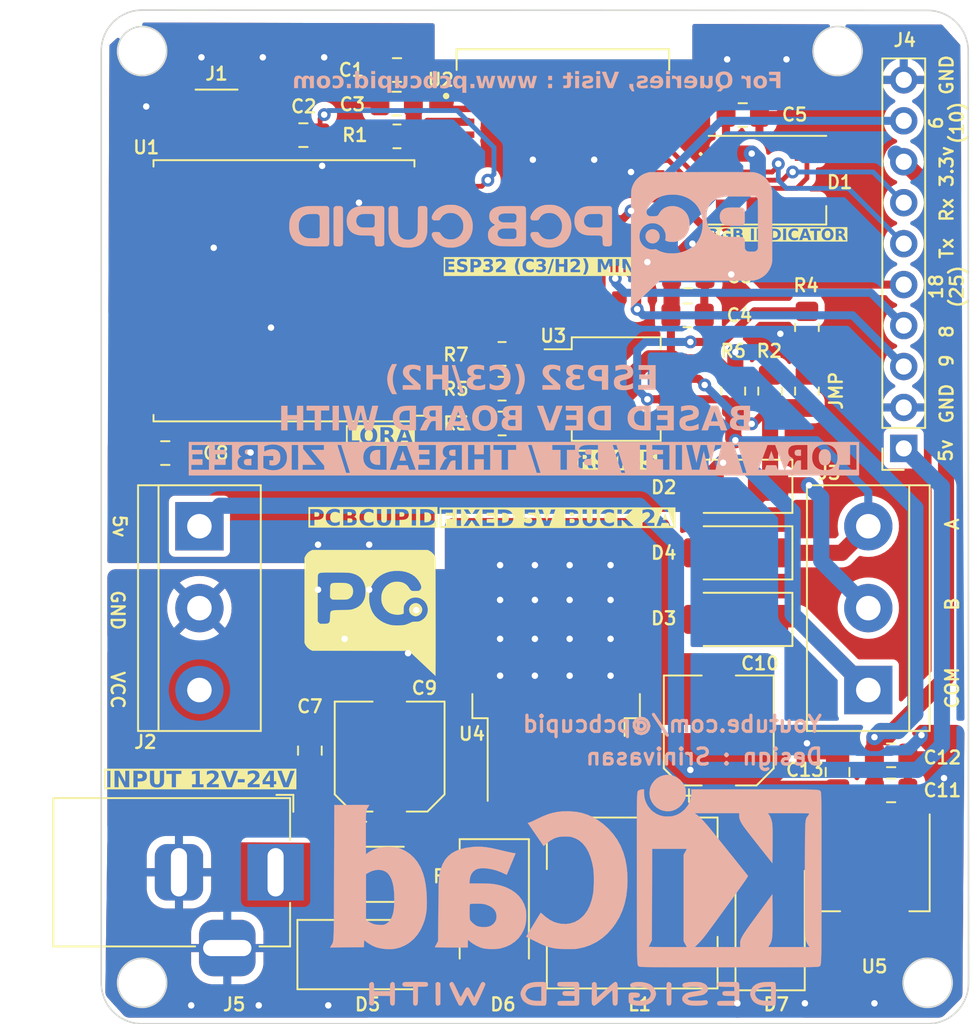
<source format=kicad_pcb>
(kicad_pcb (version 20221018) (generator pcbnew)
  (layers (0 "F.Cu" signal) (31 "B.Cu" signal) (34 "B.Paste" user) (35 "F.Paste" user) (36 "B.SilkS" user "B.Silkscreen") (37 "F.SilkS" user "F.Silkscreen") (38 "B.Mask" user) (39 "F.Mask" user) (44 "Edge.Cuts" user))
  (net 0 "")
  (net 1 "+3.3V")
  (net 2 "GND")
  (net 3 "Net-(U1-EN)")
  (net 4 "+5V")
  (net 5 "Net-(D1-A2)")
  (net 6 "/RGB")
  (net 7 "Net-(F1-Pad1)")
  (net 8 "/U0Txd")
  (net 9 "/U0Rxd")
  (net 10 "/R0")
  (net 11 "Net-(D3-A1)")
  (net 12 "/COM")
  (net 13 "/DI")
  (net 15 "/MISO")
  (net 16 "/NSS")
  (net 20 "/SCK")
  (net 21 "/MOSI")
  (net 23 "/RESET")
  (net 25 "Net-(D4-A1)")
  (net 34 "Net-(J2-SIG)")
  (net 35 "/GPIO9")
  (net 36 "/GPIO8")
  (net 37 "/GPIO18")
  (net 38 "/GPIO6")
  (net 39 "Net-(JP1-A)")
  (net 40 "/DTR")
  (net 41 "VCC")
  (net 42 "Net-(D6-K)")
  (footprint "ESP32_C3_MINI_1U_N4:XCVR_ESP32-C3-MINI-1U-N4" (layer "F.Cu") (at 148.5522 71.6766)
    (fp_text reference "U2")
    (fp_text value "ESP32-C3-MINI-1U-N4")
  )
  (footprint "Resistor_SMD:R_0805_2012Metric_Pad1.20x1.40mm_HandSolder" (layer "F.Cu") (at 138.2522 70.1802 180)
    (fp_text reference "R1")
    (fp_text value "10k")
  )
  (footprint "U.FL-R-SMT_01_:HRS_U.FL-R-SMT_01_" (layer "F.Cu") (at 127.049 68.58)
    (fp_text reference locked "J1")
    (fp_text value "U.FL-R-SMT_01_")
  )
  (footprint "LOGO" (layer "F.Cu") (at 136.9568 99.4664)
    (fp_text reference "G***" hide)
    (fp_text value "LOGO" hide)
  )
  (footprint "Capacitor_SMD:C_0805_2012Metric_Pad1.18x1.45mm_HandSolder" (layer "F.Cu") (at 168.929 110.744)
    (fp_text reference "C11")
    (fp_text value "1uf")
  )
  (footprint "Resistor_SMD:R_0805_2012Metric_Pad1.20x1.40mm_HandSolder" (layer "F.Cu") (at 144.7748 87.9892)
    (fp_text reference "R3")
    (fp_text value "10k")
  )
  (footprint "Capacitor_SMD:C_0805_2012Metric_Pad1.18x1.45mm_HandSolder" (layer "F.Cu") (at 132.842 108.2781 90)
    (fp_text reference "C7")
    (fp_text value "0.1uf")
  )
  (footprint "Package_TO_SOT_SMD:SOT-223-3_TabPin2" (layer "F.Cu") (at 167.913 116.332 -90)
    (fp_text reference "U5")
    (fp_text value "AMS1117-3.3")
  )
  (footprint "Capacitor_SMD:C_0805_2012Metric_Pad1.18x1.45mm_HandSolder" (layer "F.Cu") (at 165.6055 109.6075 90)
    (fp_text reference "C13")
    (fp_text value "0.1uf")
  )
  (footprint "Package_TO_SOT_SMD:TO-263-5_TabPin3" (layer "F.Cu") (at 148.131 101.443 90)
    (fp_text reference "U4")
    (fp_text value "LM2596S-5")
  )
  (footprint "Capacitor_SMD:C_0805_2012Metric_Pad1.18x1.45mm_HandSolder" (layer "F.Cu") (at 123.864 89.8235)
    (fp_text reference "C8")
    (fp_text value "0.1uf")
  )
  (footprint "Connector_BarrelJack:BarrelJack_Horizontal" (layer "F.Cu") (at 130.714 115.824)
    (fp_text reference "J5")
    (fp_text value "Barrel_Jack_Switch_Pin3Ring")
  )
  (footprint "Package_SO:SO-8_5.3x6.2mm_P1.27mm" (layer "F.Cu") (at 151.8614 85.852)
    (fp_text reference "U3")
    (fp_text value "MAX485E")
  )
  (footprint "Diode_SMD:D_SMA" (layer "F.Cu") (at 159.29 91.8845 180)
    (fp_text reference "D2")
    (fp_text value "SMAJ6.8CA")
  )
  (footprint "Capacitor_SMD:C_0805_2012Metric_Pad1.18x1.45mm_HandSolder" (layer "F.Cu") (at 132.4395 70.104 180)
    (fp_text reference "C2")
    (fp_text value "1uf")
  )
  (footprint "TerminalBlock:TerminalBlock_bornier-3_P5.08mm" (layer "F.Cu") (at 125.984 94.361 -90)
    (fp_text reference "J2")
    (fp_text value "RS485 OUT")
  )
  (footprint "Connector_PinSocket_2.54mm:PinSocket_1x10_P2.54mm_Vertical" (layer "F.Cu") (at 169.713 89.535 180)
    (fp_text reference "J4")
    (fp_text value "Conn_01x10")
  )
  (footprint "Fuse:Fuse_1812_4532Metric_Pad1.30x3.40mm_HandSolder" (layer "F.Cu") (at 137.287 115.951)
    (fp_text reference "F1")
    (fp_text value "Polyfuse")
  )
  (footprint "Diode_SMD:D_SMA" (layer "F.Cu") (at 159.29 100.1395 180)
    (fp_text reference "D3")
    (fp_text value "SMAJ6.8CA")
  )
  (footprint "Capacitor_SMD:C_0805_2012Metric_Pad1.18x1.45mm_HandSolder" (layer "F.Cu") (at 156.337 78.867)
    (fp_text reference "C6")
    (fp_text value "0.1uF")
  )
  (footprint "Capacitor_SMD:C_0805_2012Metric_Pad1.18x1.45mm_HandSolder" (layer "F.Cu") (at 138.2522 66.0654 180)
    (fp_text reference "C1")
    (fp_text value "0.1uf")
  )
  (footprint "Capacitor_SMD:CP_Elec_6.3x7.7" (layer "F.Cu") (at 158.2288 107.0296 90)
    (fp_text reference "C10")
    (fp_text value "220uf")
  )
  (footprint "Diode_SMD:D_SMB_Handsoldering" (layer "F.Cu") (at 136.779 120.929)
    (fp_text reference "D5")
    (fp_text value "SMAJ24")
  )
  (footprint "TerminalBlock:TerminalBlock_bornier-3_P5.08mm" (layer "F.Cu") (at 167.513 104.521 90)
    (fp_text reference "J3")
    (fp_text value "RS485 OUT")
  )
  (footprint "RF_Module:HOPERF_RFM9XW_SMD" (layer "F.Cu") (at 131.234 79.756 180)
    (fp_text reference "U1")
    (fp_text value "RFM95W-868S2")
  )
  (footprint "Diode_SMD:D_SMB_Handsoldering" (layer "F.Cu") (at 144.291666 118.479 -90)
    (fp_text reference "D6")
    (fp_text value "SS34")
  )
  (footprint "Resistor_SMD:R_0805_2012Metric_Pad1.20x1.40mm_HandSolder" (layer "F.Cu") (at 163.703 82.0326 90)
    (fp_text reference "R4")
    (fp_text value "120R")
  )
  (footprint "Capacitor_SMD:C_0805_2012Metric_Pad1.18x1.45mm_HandSolder" (layer "F.Cu") (at 159.7174 68.8594)
    (fp_text reference "C5")
    (fp_text value "0.1uf")
  )
  (footprint "Capacitor_SMD:C_0805_2012Metric_Pad1.18x1.45mm_HandSolder" (layer "F.Cu") (at 156.294 81.28)
    (fp_text reference "C4")
    (fp_text value "10uf")
  )
  (footprint "Diode_SMD:D_SMA" (layer "F.Cu") (at 159.29 96.012 180)
    (fp_text reference "D4")
    (fp_text value "SMAJ6.8CA")
  )
  (footprint "Resistor_SMD:R_0805_2012Metric_Pad1.20x1.40mm_HandSolder" (layer "F.Cu") (at 163.703 85.979 -90)
    (fp_text reference "JMP")
    (fp_text value "NO")
  )
  (footprint "Resistor_SMD:R_0805_2012Metric_Pad1.20x1.40mm_HandSolder" (layer "F.Cu") (at 161.417 85.979 90)
    (fp_text reference "R2")
    (fp_text value "20k")
  )
  (footprint "Resistor_SMD:R_0805_2012Metric_Pad1.20x1.40mm_HandSolder" (layer "F.Cu") (at 144.7748 85.8302)
    (fp_text reference "R5")
    (fp_text value "10k")
  )
  (footprint "Capacitor_SMD:C_0805_2012Metric_Pad1.18x1.45mm_HandSolder" (layer "F.Cu") (at 168.929 108.57)
    (fp_text reference "C12")
    (fp_text value "0.1uf")
  )
  (footprint "Resistor_SMD:R_0805_2012Metric_Pad1.20x1.40mm_HandSolder" (layer "F.Cu") (at 159.131 85.979 -90)
    (fp_text reference "R6")
    (fp_text value "20k")
  )
  (footprint "Capacitor_SMD:CP_Elec_6.3x7.7" (layer "F.Cu") (at 137.795 108.6476 90)
    (fp_text reference "C9")
    (fp_text value "150uf")
  )
  (footprint "Resistor_SMD:R_0805_2012Metric_Pad1.20x1.40mm_HandSolder" (layer "F.Cu") (at 144.7748 83.6712)
    (fp_text reference "R7")
    (fp_text value "10k")
  )
  (footprint "Diode_SMD:D_SMB_Handsoldering" (layer "F.Cu") (at 161.417 118.434 90)
    (fp_text reference "D7")
    (fp_text value "SS34")
  )
  (footprint "LED_SMD:LED_WS2812B_PLCC4_5.0x5.0mm_P3.2mm" (layer "F.Cu") (at 161.253 72.899)
    (fp_text reference "D1")
    (fp_text value "WS2812B")
  )
  (footprint "Capacitor_SMD:C_0805_2012Metric_Pad1.18x1.45mm_HandSolder" (layer "F.Cu") (at 138.2307 68.1482 180)
    (fp_text reference "C3")
    (fp_text value "10uf")
  )
  (footprint "Inductor_SMD:L_10.4x10.4_H4.8" (layer "F.Cu") (at 152.854332 117.729)
    (fp_text reference "L1")
    (fp_text value "68uH/35v")
  )
  (footprint "Symbol:KiCad-Logo2_12mm_SilkScreen" (layer "B.Cu") (at 149.366893 115.708706 180)
    (fp_text reference "REF**" hide)
    (fp_text value "KiCad-Logo2_12mm_SilkScreen" hide)
  )
  (footprint "LOGO" (layer "B.Cu") (at 146.558 76.6064 180)
    (fp_text reference "G***" hide)
    (fp_text value "LOGO" hide)
  )
  (gr_arc (start 171.177949 62.366025) (mid 172.973986 63.109988) (end 173.717949 64.906025) (stroke (width 0.1)) (layer "Edge.Cuts"))
  (gr_arc (start 173.736 122.682) (mid 172.992051 124.478051) (end 171.196 125.222) (stroke (width 0.1)) (layer "Edge.Cuts"))
  (gr_line (start 122.428 62.347974) (end 171.177949 62.366025) (stroke (width 0.1)) (layer "Edge.Cuts"))
  (gr_arc (start 119.888 64.887974) (mid 120.631949 63.091923) (end 122.428 62.347974) (stroke (width 0.1)) (layer "Edge.Cuts"))
  (gr_line (start 119.888 122.682) (end 119.888 64.887974) (stroke (width 0.1)) (layer "Edge.Cuts"))
  (gr_circle locked (center 122.428 64.887974) (end 123.952 64.887974) (stroke (width 0.1)) (fill none) (layer "Edge.Cuts"))
  (gr_circle locked (center 165.608 64.887974) (end 167.132 64.887974) (stroke (width 0.1)) (fill none) (layer "Edge.Cuts"))
  (gr_circle locked (center 122.428 122.682) (end 123.952 122.682) (stroke (width 0.1)) (fill none) (layer "Edge.Cuts"))
  (gr_arc (start 122.428 125.222) (mid 120.631949 124.478051) (end 119.888 122.682) (stroke (width 0.1)) (layer "Edge.Cuts"))
  (gr_circle locked (center 171.196 122.682) (end 172.72 122.682) (stroke (width 0.1)) (fill none) (layer "Edge.Cuts"))
  (gr_line (start 171.196 125.222) (end 122.428 125.222) (stroke (width 0.1)) (layer "Edge.Cuts"))
  (gr_line (start 173.717949 64.906025) (end 173.736 122.682) (stroke (width 0.1)) (layer "Edge.Cuts"))
  (gr_text "Design : Srinivasan" (at 149.86 109.2454) (layer "B.SilkS") (effects (font (size 1 1) (thickness 0.2) bold) (justify right bottom mirror)))
  (gr_text "LORA / WIFI / BT / THREAD / ZIGBEE" (at 146.1516 91.1098) (layer "B.SilkS" knockout) (effects (font (size 1.5 1.5) (thickness 0.3) bold) (justify bottom mirror)))
  (gr_text "ESP32 (C3/H2) \nBASED DEV BOARD WITH\n" (at 145.6182 88.6714) (layer "B.SilkS") (effects (font (size 1.5 1.5) (thickness 0.3) bold) (justify bottom mirror)))
  (gr_text "For Queries, Visit : www.pcbcupid.com" (at 131.7498 67.3608) (layer "B.SilkS") (effects (font (size 1 1) (thickness 0.2) bold) (justify right bottom mirror)))
  (gr_text "Youtube.com/@pcbcupid" (at 145.9484 107.2134) (layer "B.SilkS") (effects (font (size 1 1) (thickness 0.2) bold) (justify right bottom mirror)))
  (gr_text "9" (at 172.847 84.581941 90) (layer "F.SilkS") (effects (font (size 0.8 0.8)) (justify left bottom)))
  (gr_text "5v" (at 172.32825 89.662 90) (layer "F.SilkS") (effects (font (size 0.8 0.8))))
  (gr_text "A" (at 172.72 94.234 90) (layer "F.SilkS") (effects (font (size 0.8 0.8))))
  (gr_text "GND\n" (at 172.847 88.07066 90) (layer "F.SilkS") (effects (font (size 0.8 0.8)) (justify left bottom)))
  (gr_text "ESP32 (C3/H2) MINI" (at 147.32 78.74) (layer "F.SilkS" knockout) (effects (font (size 0.8 0.8) (thickness 0.16) bold) (justify bottom)))
  (gr_text "INPUT 12V-24V" (at 125.984 110.7186) (layer "F.SilkS" knockout) (effects (font (size 1 1) (thickness 0.175) bold) (justify bottom)))
  (gr_text "B\n" (at 172.72 99.187 90) (layer "F.SilkS") (effects (font (size 0.8 0.8))))
  (gr_text "PCBCUPID" (at 136.7282 94.488) (layer "F.SilkS" knockout) (effects (font (size 1 1) (thickness 0.175) bold) (justify bottom)))
  (gr_text "3.3v" (at 172.847 73.406 90) (layer "F.SilkS") (effects (font (size 0.8 0.8)) (justify left bottom)))
  (gr_text "GND" (at 120.904 99.568 270) (layer "F.SilkS") (effects (font (size 0.8 0.8))))
  (gr_text "LORA" (at 137.16 89.408) (layer "F.SilkS" knockout) (effects (font (size 1 1) (thickness 0.16) bold) (justify bottom)))
  (gr_text "8\n" (at 172.847 82.769412 90) (layer "F.SilkS") (effects (font (size 0.8 0.8)) (justify left bottom)))
  (gr_text "5v\n" (at 121.031 94.361 270) (layer "F.SilkS") (effects (font (size 0.8 0.8))))
  (gr_text "6\n(10)" (at 173.482 69.342 90) (layer "F.SilkS") (effects (font (size 0.8 0.8)) (justify bottom)))
  (gr_text "VCC" (at 120.904 104.521 270) (layer "F.SilkS") (effects (font (size 0.8 0.8))))
  (gr_text "Rx" (at 172.847 75.565 90) (layer "F.SilkS") (effects (font (size 0.8 0.8)) (justify left bottom)))
  (gr_text "RGB INDICATOR" (at 161.8234 76.7334) (layer "F.SilkS" knockout) (effects (font (size 0.7 0.7) (thickness 0.16) bold) (justify bottom)))
  (gr_text "Tx" (at 172.847 77.851 90) (layer "F.SilkS") (effects (font (size 0.8 0.8)) (justify left bottom)))
  (gr_text "FIXED 5V BUCK 2A" (at 148.1582 94.5134) (layer "F.SilkS" knockout) (effects (font (size 1 1) (thickness 0.175) bold) (justify bottom)))
  (gr_text "RS485" (at 151.892 90.932) (layer "F.SilkS" knockout) (effects (font (size 1 1) (thickness 0.16) bold) (justify bottom)))
  (gr_text "GND\n" (at 172.847 67.691 90) (layer "F.SilkS") (effects (font (size 0.8 0.8)) (justify left bottom)))
  (gr_text "18\n(25)\n" (at 173.482 79.502 90) (layer "F.SilkS") (effects (font (size 0.8 0.8)) (justify bottom)))
  (gr_text "COM" (at 172.72 104.394 90) (layer "F.SilkS") (effects (font (size 0.8 0.8))))
  (segment (start 167.8915 108.57) (end 167.8915 108.48207) (width 1) (layer "F.Cu") (net 1))
  (segment (start 167.913 108.5915) (end 167.8915 108.57) (width 1) (layer "F.Cu") (net 1))
  (segment (start 139.2897 70.1427) (end 139.2522 70.1802) (width 1) (layer "F.Cu") (net 1))
  (segment (start 125.184 80.756) (end 135.106 90.678) (width 1) (layer "F.Cu") (net 1))
  (segment (start 142.113 90.678) (end 143.7748 89.0162) (width 1) (layer "F.Cu") (net 1))
  (segment (start 155.2995 78.867) (end 155.2995 78.1265) (width 1) (layer "F.Cu") (net 1))
  (segment (start 155.3614 83.947) (end 153.924 83.947) (width 1) (layer "F.Cu") (net 1))
  (segment (start 143.7748 89.7998) (end 143.7748 87.9892) (width 1) (layer "F.Cu") (net 1))
  (segment (start 158.099 83.947) (end 159.131 84.979) (width 0.5) (layer "F.Cu") (net 1))
  (segment (start 139.2522 70.1802) (end 139.2522 70.9328) (width 0.5) (layer "F.Cu") (net 1))
  (segment (start 159.258 83.566) (end 159.258 84.852) (width 1) (layer "F.Cu") (net 1))
  (segment (start 155.2995 78.867) (end 155.2995 81.237) (width 1) (layer "F.Cu") (net 1))
  (segment (start 139.2522 70.9328) (end 138.684 71.501) (width 0.5) (layer "F.Cu") (net 1))
  (segment (start 127.27 80.756) (end 123.709 80.756) (width 0.5) (layer "F.Cu") (net 1))
  (segment (start 152.781 85.09) (end 152.781 85.947365) (width 1) (layer "F.Cu") (net 1))
  (segment (start 122.3355 89.8235) (end 121.285 88.773) (width 1) (layer "F.Cu") (net 1))
  (segment (start 153.924 83.947) (end 152.781 85.09) (width 1) (layer "F.Cu") (net 1))
  (segment (start 155.2995 78.1265) (end 156.591 76.835) (width 1) (layer "F.Cu") (net 1))
  (segment (start 159.258 84.852) (end 159.131 84.979) (width 1) (layer "F.Cu") (net 1))
  (segment (start 158.803 71.249) (end 158.805 71.247) (width 1) (layer "F.Cu") (net 1))
  (segment (start 167.913 113.182) (end 167.913 108.5915) (width 1) (layer "F.Cu") (net 1))
  (segment (start 155.3614 83.947) (end 158.099 83.947) (width 0.5) (layer "F.Cu") (net 1))
  (segment (start 158.6799 68.8594) (end 158.6799 71.1259) (width 0.5) (layer "F.Cu") (net 1))
  (segment (start 172.339 103.759) (end 172.339 74.381) (width 1) (layer "F.Cu") (net 1))
  (segment (start 121.285 81.705) (end 122.234 80.756) (width 1) (layer "F.Cu") (net 1))
  (segment (start 155.2565 83.8421) (end 155.3614 83.947) (width 0.5) (layer "F.Cu") (net 1))
  (segment (start 168.656 107.442) (end 172.339 103.759) (width 1) (layer "F.Cu") (net 1))
  (segment (start 142.6522 69.2766) (end 140.1558 69.2766) (width 0.5) (layer "F.Cu") (net 1))
  (segment (start 144.653 90.678) (end 143.7748 89.7998) (width 1) (layer "F.Cu") (net 1))
  (segment (start 143.7748 83.6712) (end 143.7748 87.9892) (width 1) (layer "F.Cu") (net 1))
  (segment (start 152.781 85.947365) (end 148.082 90.646364) (width 1) (layer "F.Cu") (net 1))
  (segment (start 148.082 90.646364) (end 148.082 90.678) (width 1) (layer "F.Cu") (net 1))
  (segment (start 172.339 74.381) (end 169.713 71.755) (width 1) (layer "F.Cu") (net 1))
  (segment (start 143.7748 89.0162) (end 143.7748 87.9892) (width 1) (layer "F.Cu") (net 1))
  (segment (start 123.709 80.756) (end 125.184 80.756) (width 1) (layer "F.Cu") (net 1))
  (segment (start 158.6799 71.1259) (end 158.803 71.249) (width 0.5) (layer "F.Cu") (net 1))
  (segment (start 167.8915 108.48207) (end 167.894 108.47957) (width 1) (layer "F.Cu") (net 1))
  (segment (start 167.894 107.442) (end 168.656 107.442) (width 1) (layer "F.Cu") (net 1))
  (segment (start 158.805 71.247) (end 160.274 71.247) (width 1) (layer "F.Cu") (net 1))
  (segment (start 139.2897 66.0654) (end 139.2897 70.1427) (width 1) (layer "F.Cu") (net 1))
  (segment (start 155.2565 81.28) (end 155.2565 83.8421) (width 0.5) (layer "F.Cu") (net 1))
  (segment (start 135.106 90.678) (end 142.113 90.678) (width 1) (layer "F.Cu") (net 1))
  (segment (start 122.8265 89.8235) (end 122.3355 89.8235) (width 1) (layer "F.Cu") (net 1))
  (segment (start 138.684 71.501) (end 136.525 71.501) (width 0.5) (layer "F.Cu") (net 1))
  (segment (start 167.913 119.482) (end 167.913 113.182) (width 1) (layer "F.Cu") (net 1))
  (segment (start 167.894 108.47957) (end 167.894 107.442) (width 1) (layer "F.Cu") (net 1))
  (segment (start 155.2995 81.237) (end 155.2565 81.28) (width 1) (layer "F.Cu") (net 1))
  (segment (start 122.234 80.756) (end 123.709 80.756) (width 1) (layer "F.Cu") (net 1))
  (segment (start 121.285 88.773) (end 121.285 81.705) (width 1) (layer "F.Cu") (net 1))
  (segment (start 136.525 71.501) (end 127.27 80.756) (width 0.5) (layer "F.Cu") (net 1))
  (segment (start 148.082 90.678) (end 144.653 90.678) (width 1) (layer "F.Cu") (net 1))
  (segment (start 140.1558 69.2766) (end 139.2522 70.1802) (width 0.5) (layer "F.Cu") (net 1))
  (via (at 160.274 71.247) (size 0.8) (drill 0.4) (layers "F.Cu" "B.Cu") (net 1))
  (via (at 167.894 107.442) (size 0.8) (drill 0.4) (layers "F.Cu" "B.Cu") (net 1))
  (via (at 159.258 83.566) (size 0.8) (drill 0.4) (layers "F.Cu" "B.Cu") (net 1))
  (via (at 156.591 76.835) (size 0.8) (drill 0.4) (layers "F.Cu" "B.Cu") (net 1))
  (segment (start 156.591 76.835) (end 160.655 72.771) (width 1) (layer "B.Cu") (net 1))
  (segment (start 167.894 107.442) (end 168.275 107.061) (width 1) (layer "B.Cu") (net 1))
  (segment (start 168.275 107.061) (end 169.373 107.061) (width 1) (layer "B.Cu") (net 1))
  (segment (start 160.655 72.771) (end 160.655 71.628) (width 1) (layer "B.Cu") (net 1))
  (segment (start 169.205 71.247) (end 169.713 71.755) (width 1) (layer "B.Cu") (net 1))
  (segment (start 169.373 107.061) (end 170.434 106) (width 1) (layer "B.Cu") (net 1))
  (segment (start 170.434 93.218) (end 160.782 83.566) (width 1) (layer "B.Cu") (net 1))
  (segment (start 170.434 106) (end 170.434 93.218) (width 1) (layer "B.Cu") (net 1))
  (segment (start 160.782 83.566) (end 159.258 83.566) (width 1) (layer "B.Cu") (net 1))
  (segment (start 160.655 71.628) (end 160.274 71.247) (width 1) (layer "B.Cu") (net 1))
  (segment (start 133.223 66.929) (end 135.128 66.929) (width 0.5) (layer "F.Cu") (net 2))
  (segment (start 145.2964 73.6516) (end 146.5772 73.6516) (width 0.5) (layer "F.Cu") (net 2))
  (segment (start 151.531 109.093) (end 151.531 102.993) (width 1) (layer "F.Cu") (net 2))
  (segment (start 154.5022 77.2728) (end 154.5022 76.6266) (width 0.5) (layer "F.Cu") (net 2))
  (segment (start 137.429 72.756) (end 138.759 72.756) (width 0.5) (layer "F.Cu") (net 2))
  (segment (start 142.6522 75.6766) (end 142.6522 76.5766) (width 0.5) (layer "F.Cu") (net 2))
  (segment (start 136.4273 65.278) (end 137.2147 66.0654) (width 0.5) (layer "F.Cu") (net 2))
  (segment (start 137.1932 68.1482) (end 137.1932 66.0869) (width 0.5) (layer "F.Cu") (net 2))
  (segment (start 135.128 66.929) (end 136.3472 68.1482) (width 0.5) (layer "F.Cu") (net 2))
  (segment (start 148.131 109.093) (end 148.131 105.143) (width 1) (layer "F.Cu") (net 2))
  (segment (start 136.3472 68.1482) (end 137.1932 68.1482) (width 0.5) (layer "F.Cu") (net 2))
  (segment (start 148.131 105.143) (end 150.906 102.368) (width 1) (layer "F.Cu") (net 2))
  (segment (start 143.2714 75.6766) (end 145.2964 73.6516) (width 0.5) (layer "F.Cu") (net 2))
  (segment (start 153.797 77.978) (end 154.5022 77.2728) (width 0.5) (layer "F.Cu") (net 2))
  (segment (start 172.085 109.855) (end 172.212 109.982) (width 1) (layer "F.Cu") (net 2))
  (segment (start 142.6522 75.6766) (end 143.2714 75.6766) (width 0.5) (layer "F.Cu") (net 2))
  (segment (start 131.572 65.278) (end 133.223 66.929) (width 0.5) (layer "F.Cu") (net 2))
  (segment (start 135.89 74.295) (end 137.429 72.756) (width 0.5) (layer "F.Cu") (net 2))
  (segment (start 137.1932 66.0869) (end 137.2147 66.0654) (width 0.5) (layer "F.Cu") (net 2))
  (segment (start 133.731 65.278) (end 136.4273 65.278) (width 0.5) (layer "F.Cu") (net 2))
  (segment (start 170.815 107.315) (end 172.085 108.585) (width 1) (layer "F.Cu") (net 2))
  (segment (start 142.6522 76.5766) (end 142.6022 76.6266) (width 0.5) (layer "F.Cu") (net 2))
  (segment (start 161.417 84.979) (end 161.417 83.058) (width 0.5) (layer "F.Cu") (net 2))
  (segment (start 129.921 65.278) (end 131.572 65.278) (width 0.5) (layer "F.Cu") (net 2))
  (segment (start 161.417 83.058) (end 162.052 82.423) (width 0.5) (layer "F.Cu") (net 2))
  (segment (start 172.085 108.585) (end 172.085 109.855) (width 1) (layer "F.Cu") (net 2))
  (segment (start 151.531 102.993) (end 150.906 102.368) (width 1) (layer "F.Cu") (net 2))
  (via (at 162.052 82.423) (size 0.8) (drill 0.4) (layers "F.Cu" "B.Cu") (net 2))
  (via (at 148.971 96.774) (size 0.8) (drill 0.4) (layers "F.Cu" "B.Cu") (net 2))
  (via (at 144.653 96.774) (size 0.8) (drill 0.4) (layers "F.Cu" "B.Cu") (net 2))
  (via (at 146.812 96.774) (size 0.8) (drill 0.4) (layers "F.Cu" "B.Cu") (net 2))
  (via (at 159.385 123.952) (size 0.8) (drill 0.4) (layers "F.Cu" "B.Cu") (net 2))
  (via (at 135.89 74.295) (size 0.8) (drill 0.4) (layers "F.Cu" "B.Cu") (net 2))
  (via (at 151.511 101.346) (size 0.8) (drill 0.4) (layers "F.Cu" "B.Cu") (net 2))
  (via (at 150.495 71.628) (size 0.8) (drill 0.4) (layers "F.Cu" "B.Cu") (net 2))
  (via (at 163.576 123.952) (size 0.8) (drill 0.4) (layers "F.Cu" "B.Cu") (net 2))
  (via (at 151.511 98.933) (size 0.8) (drill 0.4) (layers "F.Cu" "B.Cu") (net 2))
  (via (at 129.921 65.278) (size 0.8) (drill 0.4) (layers "F.Cu" "B.Cu") (net 2))
  (via (at 138.938 102.235) (size 0.8) (drill 0.4) (layers "F.Cu" "B.Cu") (net 2))
  (via (at 148.971 101.346) (size 0.8) (drill 0.4) (layers "F.Cu" "B.Cu") (net 2))
  (via (at 129.667 124.079) (size 0.8) (drill 0.4) (layers "F.Cu" "B.Cu") (net 2))
  (via (at 144.653 101.346) (size 0.8) (drill 0.4) (layers "F.Cu" "B.Cu") (net 2))
  (via (at 167.894 123.952) (size 0.8) (drill 0.4) (layers "F.Cu" "B.Cu") (net 2))
  (via (at 151.511 103.632) (size 0.8) (drill 0.4) (layers "F.Cu" "B.Cu") (net 2))
  (via (at 148.971 103.632) (size 0.8) (drill 0.4) (layers "F.Cu" "B.Cu") (net 2))
  (via (at 162.433 65.405) (size 0.8) (drill 0.4) (layers "F.Cu" "B.Cu") (net 2))
  (via (at 129.159 89.789) (size 0.8) (drill 0.4) (layers "F.Cu" "B.Cu") (net 2))
  (via (at 133.985 124.079) (size 0.8) (drill 0.4) (layers "F.Cu" "B.Cu") (net 2))
  (via (at 130.429 82.042) (size 0.8) (drill 0.4) (layers "F.Cu" "B.Cu") (net 2))
  (via (at 133.35 98.298) (size 0.8) (drill 0.4) (layers "F.Cu" "B.Cu") (net 2))
  (via (at 146.685 71.628) (size 0.8) (drill 0.4) (layers "F.Cu" "B.Cu") (net 2))
  (via (at 144.653 98.933) (size 0.8) (drill 0.4) (layers "F.Cu" "B.Cu") (net 2))
  (via (at 122.682 68.326) (size 0.8) (drill 0.4) (layers "F.Cu" "B.Cu") (net 2))
  (via (at 133.731 65.278) (size 0.8) (drill 0.4) (layers "F.Cu" "B.Cu") (net 2))
  (via (at 151.511 96.774) (size 0.8) (drill 0.4) (layers "F.Cu" "B.Cu") (net 2))
  (via (at 144.653 103.632) (size 0.8) (drill 0.4) (layers "F.Cu" "B.Cu") (net 2))
  (via (at 146.812 98.933) (size 0.8) (drill 0.4) (layers "F.Cu" "B.Cu") (net 2))
  (via (at 126.111 65.278) (size 0.8) (drill 0.4) (layers "F.Cu" "B.Cu") (net 2))
  (via (at 153.797 77.978) (size 0.8) (drill 0.4) (layers "F.Cu" "B.Cu") (net 2))
  (via (at 152.781 72.39) (size 0.8) (drill 0.4) (layers "F.Cu" "B.Cu") (net 2))
  (via (at 146.812 103.632) (size 0.8) (drill 0.4) (layers "F.Cu" "B.Cu") (net 2))
  (via (at 136.525 98.298) (size 0.8) (drill 0.4) (layers "F.Cu" "B.Cu") (net 2))
  (via (at 146.812 101.346) (size 0.8) (drill 0.4) (layers "F.Cu" "B.Cu") (net 2))
  (via (at 163.703 107.823) (size 0.8) (drill 0.4) (layers "F.Cu" "B.Cu") (net 2))
  (via (at 159.004 78.74) (size 0.8) (drill 0.4) (layers "F.Cu" "B.Cu") (net 2))
  (via (at 148.971 98.933) (size 0.8) (drill 0.4) (layers "F.Cu" "B.Cu") (net 2))
  (via (at 139.446 99.568) (size 0.8) (drill 0.4) (layers "F.Cu" "B.Cu") (net 2))
  (via (at 135.001 101.346) (size 0.8) (drill 0.4) (layers "F.Cu" "B.Cu") (net 2))
  (via (at 158.75 65.405) (size 0.8) (drill 0.4) (layers "F.Cu" "B.Cu") (net 2))
  (via (at 133.35 95.504) (size 0.8) (drill 0.4) (layers "F.Cu" "B.Cu") (net 2))
  (via (at 125.476 124.079) (size 0.8) (drill 0.4) (layers "F.Cu" "B.Cu") (net 2))
  (via (at 136.525 95.504) (size 0.8) (drill 0.4) (layers "F.Cu" "B.Cu") (net 2))
  (via (at 126.873 77.089) (size 0.8) (drill 0.4) (layers "F.Cu" "B.Cu") (net 2))
  (via (at 133.604 72.009) (size 0.8) (drill 0.4) (layers "F.Cu" "B.Cu") (net 2))
  (via (at 172.212 109.982) (size 0.8) (drill 0.4) (layers "F.Cu" "B.Cu") (net 2))
  (via (at 170.815 107.315) (size 0.8) (drill 0.4) (layers "F.Cu" "B.Cu") (net 2))
  (segment (start 166.812 108.458) (end 168.976 108.458) (width 0.3) (layer "B.Cu") (net 2))
  (segment (start 133.35 98.298) (end 133.35 95.504) (width 0.5) (layer "B.Cu") (net 2))
  (segment (start 136.525 98.298) (end 136.525 95.504) (width 0.5) (layer "B.Cu") (net 2))
  (segment (start 137.176 70.104) (end 137.2522 70.1802) (width 0.5) (layer "F.Cu") (net 3))
  (segment (start 133.477 69.088) (end 133.731 68.834) (width 0.3) (layer "F.Cu") (net 3))
  (segment (start 142.6522 73.2766) (end 143.5124 73.2766) (width 0.3) (layer "F.Cu") (net 3))
  (segment (start 143.5124 73.2766) (end 143.891 72.898) (width 0.3) (layer "F.Cu") (net 3))
  (segment (start 133.477 70.104) (end 133.477 69.088) (width 0.3) (layer "F.Cu") (net 3))
  (segment (start 133.477 70.104) (end 137.176 70.104) (width 0.5) (layer "F.Cu") (net 3))
  (via (at 143.891 72.898) (size 0.8) (drill 0.4) (layers "F.Cu" "B.Cu") (net 3))
  (via (at 133.731 68.834) (size 0.8) (drill 0.4) (layers "F.Cu" "B.Cu") (net 3))
  (segment (start 141.986 68.58) (end 133.985 68.58) (width 0.3) (layer "B.Cu") (net 3))
  (segment (start 144.272 70.866) (end 141.986 68.58) (width 0.3) (layer "B.Cu") (net 3))
  (segment (start 144.272 72.517) (end 144.272 70.866) (width 0.3) (layer "B.Cu") (net 3))
  (segment (start 143.891 72.898) (end 144.272 72.517) (width 0.3) (layer "B.Cu") (net 3))
  (segment (start 133.985 68.58) (end 133.731 68.834) (width 0.3) (layer "B.Cu") (net 3))
  (segment (start 165.613 110.6525) (end 165.6055 110.645) (width 1) (layer "F.Cu") (net 4))
  (segment (start 165.613 113.182) (end 165.613 110.6525) (width 1) (layer "F.Cu") (net 4))
  (segment (start 165.6055 110.645) (end 159.1442 110.645) (width 1) (layer "F.Cu") (net 4))
  (segment (start 159.1442 110.645) (end 158.2288 109.7296) (width 1) (layer "F.Cu") (net 4))
  (via (at 156.464 109.474) (size 0.8) (drill 0.4) (layers "F.Cu" "B.Cu") (net 4))
  (segment (start 172.085 107.95) (end 172.085 91.907) (width 1) (layer "B.Cu") (net 4))
  (segment (start 153.289 93.091) (end 155.575 95.377) (width 1) (layer "B.Cu") (net 4))
  (segment (start 155.575 108.585) (end 156.464 109.474) (width 1) (layer "B.Cu") (net 4))
  (segment (start 155.575 95.377) (end 155.575 108.585) (width 1) (layer "B.Cu") (net 4))
  (segment (start 156.464 109.474) (end 170.561 109.474) (width 1) (layer "B.Cu") (net 4))
  (segment (start 170.561 109.474) (end 172.085 107.95) (width 1) (layer "B.Cu") (net 4))
  (segment (start 172.085 91.907) (end 169.713 89.535) (width 1) (layer "B.Cu") (net 4))
  (segment (start 127.254 93.091) (end 153.289 93.091) (width 1) (layer "B.Cu") (net 4))
  (segment (start 125.984 94.361) (end 127.254 93.091) (width 1) (layer "B.Cu") (net 4))
  (segment (start 163.703 72.771) (end 163.703 71.249) (width 0.3) (layer "F.Cu") (net 6))
  (segment (start 157.861 73.406) (end 163.068 73.406) (width 0.3) (layer "F.Cu") (net 6))
  (segment (start 163.068 73.406) (end 163.703 72.771) (width 0.3) (layer "F.Cu") (net 6))
  (segment (start 154.4522 74.0766) (end 157.1904 74.0766) (width 0.3) (layer "F.Cu") (net 6))
  (segment (start 157.1904 74.0766) (end 157.861 73.406) (width 0.3) (layer "F.Cu") (net 6))
  (segment (start 161.925 71.882) (end 162.052 71.882) (width 0.3) (layer "F.Cu") (net 8))
  (segment (start 155.0776 70.8766) (end 156.591 72.39) (width 0.3) (layer "F.Cu") (net 8))
  (segment (start 162.052 71.882) (end 161.925 72.009) (width 0.3) (layer "F.Cu") (net 8))
  (segment (start 161.925 72.009) (end 161.925 71.882) (width 0.3) (layer "F.Cu") (net 8))
  (segment (start 154.4522 70.8766) (end 155.0776 70.8766) (width 0.3) (layer "F.Cu") (net 8))
  (segment (start 161.544 72.39) (end 161.925 72.009) (width 0.3) (layer "F.Cu") (net 8))
  (segment (start 156.591 72.39) (end 161.544 72.39) (width 0.3) (layer "F.Cu") (net 8))
  (via (at 161.925 71.882) (size 0.8) (drill 0.4) (layers "F.Cu" "B.Cu") (net 8))
  (segment (start 162.433 73.406) (end 166.284 73.406) (width 0.3) (layer "B.Cu") (net 8))
  (segment (start 161.925 72.898) (end 162.433 73.406) (width 0.3) (layer "B.Cu") (net 8))
  (segment (start 161.925 71.882) (end 161.925 72.898) (width 0.3) (layer "B.Cu") (net 8))
  (segment (start 166.284 73.406) (end 169.713 76.835) (width 0.3) (layer "B.Cu") (net 8))
  (segment (start 155.1156 71.6766) (end 156.337 72.898) (width 0.3) (layer "F.Cu") (net 9))
  (segment (start 162.687 72.39) (end 162.814 72.39) (width 0.3) (layer "F.Cu") (net 9))
  (segment (start 162.179 72.898) (end 162.687 72.39) (width 0.3) (layer "F.Cu") (net 9))
  (segment (start 154.4522 71.6766) (end 155.1156 71.6766) (width 0.3) (layer "F.Cu") (net 9))
  (segment (start 156.337 72.898) (end 162.179 72.898) (width 0.3) (layer "F.Cu") (net 9))
  (via (at 162.814 72.39) (size 0.8) (drill 0.4) (layers "F.Cu" "B.Cu") (net 9))
  (segment (start 167.808 72.39) (end 169.713 74.295) (width 0.3) (layer "B.Cu") (net 9))
  (segment (start 162.814 72.39) (end 167.808 72.39) (width 0.3) (layer "B.Cu") (net 9))
  (segment (start 146.0506 83.947) (end 145.7748 83.6712) (width 0.5) (layer "F.Cu") (net 10))
  (segment (start 148.5522 76.5766) (end 148.5522 83.7562) (width 0.5) (layer "F.Cu") (net 10))
  (segment (start 148.3614 83.947) (end 146.0506 83.947) (width 0.5) (layer "F.Cu") (net 10))
  (segment (start 148.5522 83.7562) (end 148.3614 83.947) (width 0.5) (layer "F.Cu") (net 10))
  (segment (start 163.703 86.979) (end 161.417 86.979) (width 1) (layer "F.Cu") (net 11))
  (segment (start 161.3535 91.821) (end 161.29 91.8845) (width 1) (layer "F.Cu") (net 11))
  (segment (start 160.385 88.011) (end 161.417 86.979) (width 0.5) (layer "F.Cu") (net 11))
  (segment (start 157.353 85.598) (end 157.226 85.471) (width 0.5) (layer "F.Cu") (net 11))
  (segment (start 160.274 88.011) (end 160.385 88.011) (width 0.5) (layer "F.Cu") (net 11))
  (segment (start 157.29 96.012) (end 157.29 95.8845) (width 1) (layer "F.Cu") (net 11))
  (segment (start 161.417 86.979) (end 161.417 91.7575) (width 1) (layer "F.Cu") (net 11))
  (segment (start 163.83 91.821) (end 161.3535 91.821) (width 1) (layer "F.Cu") (net 11))
  (segment (start 161.417 91.7575) (end 161.29 91.8845) (width 1) (layer "F.Cu") (net 11))
  (segment (start 157.29 95.8845) (end 161.29 91.8845) (width 1) (layer "F.Cu") (net 11))
  (segment (start 156.972 85.217) (end 157.353 85.598) (width 0.5) (layer "F.Cu") (net 11))
  (segment (start 155.3614 85.217) (end 156.972 85.217) (width 0.5) (layer "F.Cu") (net 11))
  (via (at 160.274 88.011) (size 0.8) (drill 0.4) (layers "F.Cu" "B.Cu") (net 11))
  (via (at 157.353 85.598) (size 0.8) (drill 0.4) (layers "F.Cu" "B.Cu") (net 11))
  (via (at 163.83 91.821) (size 0.8) (drill 0.4) (layers "F.Cu" "B.Cu") (net 11))
  (segment (start 157.353 85.598) (end 159.766 88.011) (width 0.5) (layer "B.Cu") (net 11))
  (segment (start 164.592 96.52) (end 164.592 92.583) (width 1) (layer "B.Cu") (net 11))
  (segment (start 164.592 92.583) (end 163.83 91.821) (width 1) (layer "B.Cu") (net 11))
  (segment (start 159.766 88.011) (end 160.274 88.011) (width 0.5) (layer "B.Cu") (net 11))
  (segment (start 167.513 99.441) (end 164.592 96.52) (width 1) (layer "B.Cu") (net 11))
  (segment (start 157.29 91.8845) (end 157.29 91.63) (width 1) (layer "F.Cu") (net 12))
  (segment (start 163.1315 100.1395) (end 167.513 104.521) (width 1) (layer "F.Cu") (net 12))
  (segment (start 157.29 91.63) (end 158.496 90.424) (width 1) (layer "F.Cu") (net 12))
  (segment (start 161.29 100.1395) (end 163.1315 100.1395) (width 1) (layer "F.Cu") (net 12))
  (via (at 158.496 90.424) (size 0.8) (drill 0.4) (layers "F.Cu" "B.Cu") (net 12))
  (segment (start 159.766 90.424) (end 158.496 90.424) (width 1) (layer "B.Cu") (net 12))
  (segment (start 167.513 104.521) (end 162.814 99.822) (width 1) (layer "B.Cu") (net 12))
  (segment (start 162.814 99.822) (end 162.814 93.472) (width 1) (layer "B.Cu") (net 12))
  (segment (start 162.814 93.472) (end 159.766 90.424) (width 1) (layer "B.Cu") (net 12))
  (segment (start 146.007 87.757) (end 145.7748 87.9892) (width 0.5) (layer "F.Cu") (net 13))
  (segment (start 148.3614 87.757) (end 146.007 87.757) (width 0.5) (layer "F.Cu") (net 13))
  (segment (start 150.9522 76.5766) (end 150.9522 86.116199) (width 0.5) (layer "F.Cu") (net 13))
  (segment (start 149.311399 87.757) (end 148.3614 87.757) (width 0.5) (layer "F.Cu") (net 13))
  (segment (start 150.9522 86.116199) (end 149.311399 87.757) (width 0.5) (layer "F.Cu") (net 13))
  (segment (start 138.759 84.756) (end 140.288 84.756) (width 0.5) (layer "F.Cu") (net 15))
  (segment (start 140.288 84.756) (end 146.9522 78.0918) (width 0.5) (layer "F.Cu") (net 15))
  (segment (start 146.9522 78.0918) (end 146.9522 76.5766) (width 0.5) (layer "F.Cu") (net 15))
  (segment (start 139.303 78.756) (end 138.759 78.756) (width 0.3) (layer "F.Cu") (net 16))
  (segment (start 141.47 72.1588) (end 141.47 76.589) (width 0.3) (layer "F.Cu") (net 16))
  (segment (start 141.47 76.589) (end 139.303 78.756) (width 0.3) (layer "F.Cu") (net 16))
  (segment (start 141.9522 71.6766) (end 141.47 72.1588) (width 0.3) (layer "F.Cu") (net 16))
  (segment (start 142.6522 71.6766) (end 141.9522 71.6766) (width 0.3) (layer "F.Cu") (net 16))
  (segment (start 140.4728 80.756) (end 138.759 80.756) (width 0.5) (layer "F.Cu") (net 20))
  (segment (start 143.7522 76.5766) (end 143.7522 77.4766) (width 0.5) (layer "F.Cu") (net 20))
  (segment (start 143.7522 77.4766) (end 140.4728 80.756) (width 0.5) (layer "F.Cu") (net 20))
  (segment (start 138.759 82.756) (end 140.256 82.756) (width 0.5) (layer "F.Cu") (net 21))
  (segment (start 144.5522 78.4598) (end 144.4625 78.5495) (width 0.5) (layer "F.Cu") (net 21))
  (segment (start 140.256 82.756) (end 144.4625 78.5495) (width 0.5) (layer "F.Cu") (net 21))
  (segment (start 144.5522 76.5766) (end 144.5522 78.4598) (width 0.5) (layer "F.Cu") (net 21))
  (segment (start 138.759 76.756) (end 139.906 76.756) (width 0.3) (layer "F.Cu") (net 23))
  (segment (start 140.97 71.628) (end 141.7214 70.8766) (width 0.3) (layer "F.Cu") (net 23))
  (segment (start 140.97 75.692) (end 140.97 71.628) (width 0.3) (layer "F.Cu") (net 23))
  (segment (start 141.7214 70.8766) (end 142.6522 70.8766) (width 0.3) (layer "F.Cu") (net 23))
  (segment (start 139.906 76.756) (end 140.97 75.692) (width 0.3) (layer "F.Cu") (net 23))
  (segment (start 155.3614 86.487) (end 158.639 86.487) (width 0.5) (layer "F.Cu") (net 25))
  (segment (start 158.639 86.487) (end 159.131 86.979) (width 0.5) (layer "F.Cu") (net 25))
  (segment (start 161.29 96.012) (end 165.862 96.012) (width 1) (layer "F.Cu") (net 25))
  (segment (start 157.29 100.1395) (end 157.29 100.012) (width 1) (layer "F.Cu") (net 25))
  (segment (start 163.703 81.0326) (end 160.447897 81.0326) (width 0.5) (layer "F.Cu") (net 25))
  (segment (start 159.131 86.979) (end 159.131 88.9) (width 1) (layer "F.Cu") (net 25))
  (segment (start 157.29 100.012) (end 161.29 96.012) (width 1) (layer "F.Cu") (net 25))
  (segment (start 156.464 82.931) (end 156.337 82.931) (width 0.5) (layer "F.Cu") (net 25))
  (segment (start 159.131 88.9) (end 159.258 89.027) (width 1) (layer "F.Cu") (net 25))
  (segment (start 158.549497 82.931) (end 156.464 82.931) (width 0.5) (layer "F.Cu") (net 25))
  (segment (start 165.862 96.012) (end 167.513 94.361) (width 1) (layer "F.Cu") (net 25))
  (segment (start 160.447897 81.0326) (end 158.549497 82.931) (width 0.5) (layer "F.Cu") (net 25))
  (segment (start 155.3614 86.487) (end 153.797 86.487) (width 0.5) (layer "F.Cu") (net 25))
  (via (at 153.797 86.487) (size 0.8) (drill 0.4) (layers "F.Cu" "B.Cu") (net 25))
  (via (at 159.258 89.027) (size 0.8) (drill 0.4) (layers "F.Cu" "B.Cu") (net 25))
  (via (at 156.464 82.931) (size 0.8) (drill 0.4) (layers "F.Cu" "B.Cu") (net 25))
  (segment (start 153.162 85.852) (end 153.797 86.487) (width 0.5) (layer "B.Cu") (net 25))
  (segment (start 167.513 92.23968) (end 167.513 94.361) (width 0.5) (layer "B.Cu") (net 25))
  (segment (start 156.464 82.931) (end 153.67 82.931) (width 0.5) (layer "B.Cu") (net 25))
  (segment (start 153.67 82.931) (end 153.162 83.439) (width 0.5) (layer "B.Cu") (net 25))
  (segment (start 159.258 89.027) (end 164.30032 89.027) (width 0.5) (layer "B.Cu") (net 25))
  (segment (start 164.30032 89.027) (end 167.513 92.23968) (width 0.5) (layer "B.Cu") (net 25))
  (segment (start 153.162 83.439) (end 153.162 85.852) (width 0.5) (layer "B.Cu") (net 25))
  (segment (start 127.049 71.198) (end 127.049 70.13) (width 1) (layer "F.Cu") (net 34))
  (segment (start 125.491 72.756) (end 127.049 71.198) (width 1) (layer "F.Cu") (net 34))
  (segment (start 123.709 72.756) (end 125.491 72.756) (width 1) (layer "F.Cu") (net 34))
  (segment (start 153.162 80.899) (end 153.162 79.152218) (width 0.5) (layer "F.Cu") (net 35))
  (segment (start 152.5522 78.542418) (end 152.5522 76.5766) (width 0.5) (layer "F.Cu") (net 35))
  (segment (start 153.162 79.152218) (end 152.5522 78.542418) (width 0.5) (layer "F.Cu") (net 35))
  (via (at 153.162 80.899) (size 0.8) (drill 0.4) (layers "F.Cu" "B.Cu") (net 35))
  (segment (start 153.543 81.28) (end 166.538 81.28) (width 0.5) (layer "B.Cu") (net 35))
  (segment (start 153.162 80.899) (end 153.543 81.28) (width 0.5) (layer "B.Cu") (net 35))
  (segment (start 166.538 81.28) (end 169.713 84.455) (width 0.5) (layer "B.Cu") (net 35))
  (segment (start 151.7522 78.9445) (end 151.7522 76.5766) (width 0.5) (layer "F.Cu") (net 36))
  (segment (start 151.8017 78.994) (end 151.7522 78.9445) (width 0.5) (layer "F.Cu") (net 36))
  (via (at 151.8017 78.994) (size 0.8) (drill 0.4) (layers "F.Cu" "B.Cu") (net 36))
  (segment (start 151.8017 78.994) (end 151.8017 79.2847) (width 0.5) (layer "B.Cu") (net 36))
  (segment (start 151.8017 79.2847) (end 152.4 79.883) (width 0.5) (layer "B.Cu") (net 36))
  (segment (start 152.4 79.883) (end 167.681 79.883) (width 0.5) (layer "B.Cu") (net 36))
  (segment (start 167.681 79.883) (end 169.713 81.915) (width 0.5) (layer "B.Cu") (net 36))
  (segment (start 160.8738 79.375) (end 169.713 79.375) (width 0.5) (layer "F.Cu") (net 37))
  (segment (start 156.3754 74.8766) (end 160.8738 79.375) (width 0.5) (layer "F.Cu") (net 37))
  (segment (start 154.4522 74.8766) (end 156.3754 74.8766) (width 0.5) (layer "F.Cu") (net 37))
  (segment (start 150.1522 76.5766) (end 150.1522 75.8766) (width 0.5) (layer "F.Cu") (net 38))
  (segment (start 150.1522 75.8766) (end 150.7178 75.311) (width 0.5) (layer "F.Cu") (net 38))
  (segment (start 150.7178 75.311) (end 152.273 75.311) (width 0.5) (layer "F.Cu") (net 38))
  (segment (start 152.273 75.311) (end 152.781 74.803) (width 0.5) (layer "F.Cu") (net 38))
  (via (at 152.781 74.803) (size 0.8) (drill 0.4) (layers "F.Cu" "B.Cu") (net 38))
  (segment (start 152.781 74.803) (end 158.369 69.215) (width 0.5) (layer "B.Cu") (net 38))
  (segment (start 158.369 69.215) (end 169.713 69.215) (width 0.5) (layer "B.Cu") (net 38))
  (segment (start 163.703 83.0326) (end 163.703 84.979) (width 0.5) (layer "F.Cu") (net 39))
  (segment (start 149.3522 82.2962) (end 149.987 82.931) (width 0.5) (layer "F.Cu") (net 40))
  (segment (start 149.311399 85.217) (end 148.3614 85.217) (width 0.5) (layer "F.Cu") (net 40))
  (segment (start 149.3522 76.5766) (end 149.3522 82.2962) (width 0.5) (layer "F.Cu") (net 40))
  (segment (start 148.3614 85.217) (end 146.388 85.217) (width 0.5) (layer "F.Cu") (net 40))
  (segment (start 146.388 85.217) (end 145.7748 85.8302) (width 0.5) (layer "F.Cu") (net 40))
  (segment (start 149.987 82.931) (end 149.987 84.541399) (width 0.5) (layer "F.Cu") (net 40))
  (segment (start 148.3614 86.487) (end 148.3614 85.217) (width 0.5) (layer "F.Cu") (net 40))
  (segment (start 149.987 84.541399) (end 149.311399 85.217) (width 0.5) (layer "F.Cu") (net 40))
  (zone (net 42) (net_name "Net-(D6-K)") (layer "F.Cu") (priority 3) (connect_pads yes (clearance 0.5)) (min_thickness 0.3) (fill yes (thermal_gap 0.5) (thermal_bridge_width 0.5) (smoothing fillet) (radius 0.5))
    (polygon (pts (xy 145.669 106.172) (xy 145.669 124.714) (xy 164.084 124.714) (xy 164.084 118.364) (xy 159.258 118.364) (xy 159.258 121.031) (xy 152.781 121.031) (xy 152.781 115.316) (xy 148.717 115.316) (xy 148.717 111.887) (xy 147.193 111.887) (xy 147.193 106.172)))
  )
  (zone (net 4) (net_name "+5V") (layer "F.Cu") (priority 4) (connect_pads yes (clearance 0.5)) (min_thickness 0.3) (fill yes (thermal_gap 0.5) (thermal_bridge_width 0.5) (smoothing fillet) (radius 0.5))
    (polygon (pts (xy 148.971 106.172) (xy 148.971 115.062) (xy 153.035 115.062) (xy 153.035 120.777) (xy 159.004 120.777) (xy 159.004 113.411) (xy 162.56 109.601) (xy 162.56 107.188) (xy 152.908 107.188) (xy 152.908 111.887) (xy 150.622 111.887) (xy 150.622 106.172)))
  )
  (zone (net 41) (net_name "VCC") (layer "F.Cu") (priority 2) (connect_pads yes (clearance 0.5)) (min_thickness 0.3) (fill yes (thermal_gap 0.5) (thermal_bridge_width 0.5) (smoothing fillet) (radius 0.5))
    (polygon (pts (xy 145.542 106.172) (xy 145.542 113.538) (xy 145.542 118.237) (xy 142.367 118.364) (xy 142.367 113.538) (xy 120.269 113.411) (xy 120.269 101.727) (xy 130.937 101.727) (xy 130.937 108.458) (xy 141.224 108.458) (xy 141.224 106.172)))
  )
  (zone (net 5) (net_name "Net-(D1-A2)") (layer "F.Cu") (priority 1) (connect_pads yes (clearance 0.5)) (min_thickness 0.3) (fill yes (thermal_gap 0.5) (thermal_bridge_width 0.5) (smoothing fillet) (radius 0.5))
    (polygon (pts (xy 136.906 113.792) (xy 142.113 113.792) (xy 142.113 118.745) (xy 145.542 118.745) (xy 145.542 124.714) (xy 136.906 124.714)))
  )
  (zone (net 7) (net_name "Net-(F1-Pad1)") (layer "F.Cu") (connect_pads yes (clearance 0.5)) (min_thickness 0.3) (fill yes (thermal_gap 0.5) (thermal_bridge_width 0.5))
    (polygon (pts (xy 127.889 113.538) (xy 136.525 113.538) (xy 136.525 118.237) (xy 127.889 118.237)))
  )
  (zone (net 2) (net_name "GND") (layers "F&B.Cu") (priority 5) (connect_pads (clearance 0.4)) (min_thickness 0.25) (fill yes (thermal_gap 0.5) (thermal_bridge_width 0.5))
    (polygon (pts (xy 120.269 96.647) (xy 140.589 96.647) (xy 140.589 93.472) (xy 155.829 93.472) (xy 155.829 101.854) (xy 162.306 101.854) (xy 162.306 106.426) (xy 173.482 106.426) (xy 173.228 64.516) (xy 172.085 63.246) (xy 121.92 63.119) (xy 120.396 64.516)))
  )
  (zone (net 2) (net_name "GND") (layers "F&B.Cu") (connect_pads (clearance 0.4)) (min_thickness 0.3) (fill yes (thermal_gap 0.5) (thermal_bridge_width 0.5) (smoothing fillet) (radius 0.5) (island_removal_mode 1) (island_area_min 10))
    (polygon (pts (xy 173.482 106.68) (xy 161.671 106.68) (xy 161.671 102.235) (xy 155.194 102.235) (xy 155.194 93.853) (xy 141.224 93.853) (xy 141.224 97.028) (xy 120.269 97.028) (xy 120.269 113.919) (xy 120.142 123.444) (xy 121.412 124.841) (xy 172.085 124.841) (xy 172.466 124.46) (xy 173.355 123.571)))
  )
  (zone (net 0) (net_name "") (layers "F&B.Cu") (connect_pads (clearance 0)) (min_thickness 0.25)
    (keepout (tracks not_allowed) (vias not_allowed) (pads not_allowed) (copperpour not_allowed) (footprints allowed))
    (fill (thermal_gap 0.5) (thermal_bridge_width 0.5))
    (polygon (pts (xy 140.589 61.722) (xy 140.589 65.405) (xy 156.591 65.405) (xy 156.591 61.722)))
  )
)
</source>
